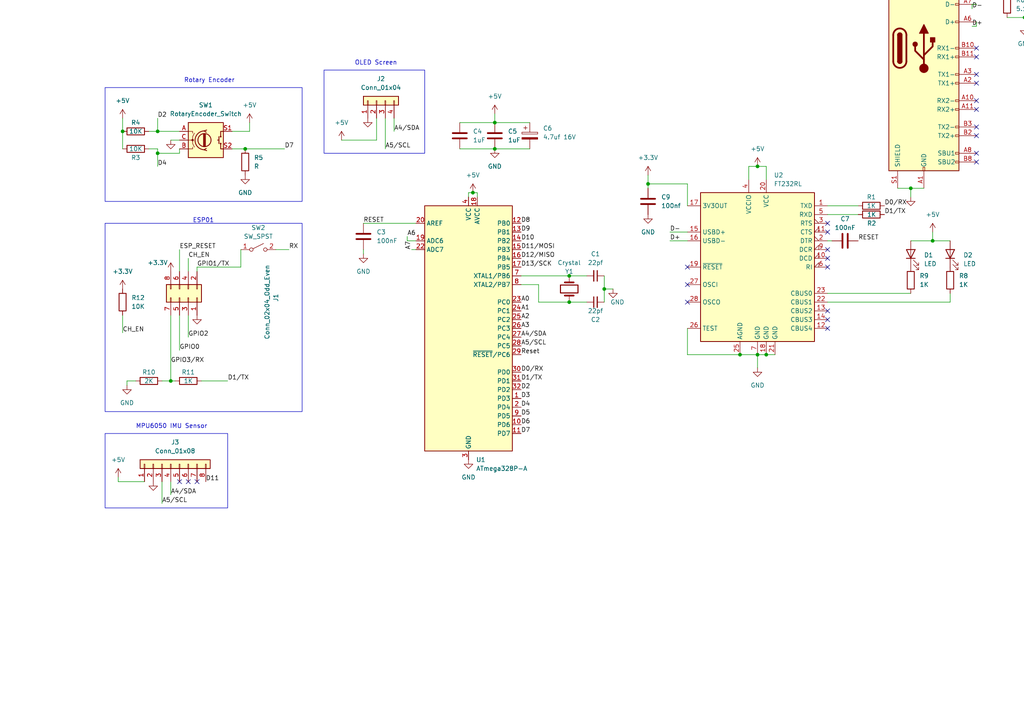
<source format=kicad_sch>
(kicad_sch (version 20230121) (generator eeschema)
  (paper "A4")
  (title_block (rev "v1"))
  (lib_symbols
    (symbol "Connector:USB_C_Plug" (pin_names (offset 1.016))
      (property "Reference" "P" (at -10.16 29.21 0))
      (property "Value" "USB_C_Plug" (at 10.16 29.21 0))
      (symbol "USB_C_Plug_0_0"
        (rectangle (start -0.254 -35.56) (end 0.254 -34.544))
        (rectangle (start 10.16 -32.766) (end 9.144 -33.274))
        (rectangle (start 10.16 -30.226) (end 9.144 -30.734))
        (rectangle (start 10.16 -25.146) (end 9.144 -25.654))
        (rectangle (start 10.16 -22.606) (end 9.144 -23.114))
        (rectangle (start 10.16 -17.526) (end 9.144 -18.034))
        (rectangle (start 10.16 -14.986) (end 9.144 -15.494))
        (rectangle (start 10.16 -9.906) (end 9.144 -10.414))
        (rectangle (start 10.16 -7.366) (end 9.144 -7.874))
        (rectangle (start 10.16 -2.286) (end 9.144 -2.794))
        (rectangle (start 10.16 0.254) (end 9.144 -0.254))
        (rectangle (start 10.16 7.874) (end 9.144 7.366))
        (rectangle (start 10.16 12.954) (end 9.144 12.446))
        (rectangle (start 10.16 18.034) (end 9.144 17.526))
        (rectangle (start 10.16 20.574) (end 9.144 20.066))
        (rectangle (start 10.16 25.654) (end 9.144 25.146))
      )
      (symbol "USB_C_Plug_0_1"
        (rectangle (start -10.16 27.94) (end 10.16 -35.56) (stroke (width 0.254)) (fill (type background)))
        (arc (start -8.89 -3.81) (mid -6.985 -5.7067) (end -5.08 -3.81) (stroke (width 0.508)))
        (arc (start -7.62 -3.81) (mid -6.985 -4.4423) (end -6.35 -3.81) (stroke (width 0.254)))
        (arc (start -7.62 -3.81) (mid -6.985 -4.4423) (end -6.35 -3.81) (stroke (width 0.254)) (fill (type outline)))
        (rectangle (start -7.62 -3.81) (end -6.35 3.81) (stroke (width 0.254)) (fill (type outline)))
        (arc (start -6.35 3.81) (mid -6.985 4.4423) (end -7.62 3.81) (stroke (width 0.254)))
        (arc (start -6.35 3.81) (mid -6.985 4.4423) (end -7.62 3.81) (stroke (width 0.254)) (fill (type outline)))
        (arc (start -5.08 3.81) (mid -6.985 5.7067) (end -8.89 3.81) (stroke (width 0.508)))
        (polyline (pts (xy -8.89 -3.81) (xy -8.89 3.81)) (stroke (width 0.508)))
        (polyline (pts (xy -5.08 3.81) (xy -5.08 -3.81)) (stroke (width 0.508)))
      )
      (symbol "USB_C_Plug_1_1"
        (circle (center -2.54 1.143) (radius 0.635) (stroke (width 0.254)) (fill (type outline)))
        (circle (center 0 -5.842) (radius 1.27) (fill (type outline)))
        (polyline (pts (xy 0 -5.842) (xy 0 4.318)) (stroke (width 0.508)))
        (polyline (pts (xy 0 -3.302) (xy -2.54 -0.762) (xy -2.54 0.508)) (stroke (width 0.508)))
        (polyline (pts (xy 0 -2.032) (xy 2.54 0.508) (xy 2.54 1.778)) (stroke (width 0.508)))
        (polyline (pts (xy -1.27 4.318) (xy 0 6.858) (xy 1.27 4.318) (xy -1.27 4.318)) (stroke (width 0.254)) (fill (type outline)))
        (rectangle (start 1.905 1.778) (end 3.175 3.048) (stroke (width 0.254)) (fill (type outline)))
        (pin passive line (at 0 -40.64 90) (length 5.08) (name "GND") (number "A1"))
        (pin bidirectional line (at 15.24 -15.24 180) (length 5.08) (name "RX2-") (number "A10"))
        (pin bidirectional line (at 15.24 -17.78 180) (length 5.08) (name "RX2+") (number "A11"))
        (pin passive line (at 0 -40.64 90) (length 5.08) hide (name "GND") (number "A12"))
        (pin bidirectional line (at 15.24 -10.16 180) (length 5.08) (name "TX1+") (number "A2"))
        (pin bidirectional line (at 15.24 -7.62 180) (length 5.08) (name "TX1-") (number "A3"))
        (pin passive line (at 15.24 25.4 180) (length 5.08) (name "VBUS") (number "A4"))
        (pin bidirectional line (at 15.24 20.32 180) (length 5.08) (name "CC") (number "A5"))
        (pin bidirectional line (at 15.24 7.62 180) (length 5.08) (name "D+") (number "A6"))
        (pin bidirectional line (at 15.24 12.7 180) (length 5.08) (name "D-") (number "A7"))
        (pin bidirectional line (at 15.24 -30.48 180) (length 5.08) (name "SBU1") (number "A8"))
        (pin passive line (at 15.24 25.4 180) (length 5.08) hide (name "VBUS") (number "A9"))
        (pin passive line (at 0 -40.64 90) (length 5.08) hide (name "GND") (number "B1"))
        (pin bidirectional line (at 15.24 0 180) (length 5.08) (name "RX1-") (number "B10"))
        (pin bidirectional line (at 15.24 -2.54 180) (length 5.08) (name "RX1+") (number "B11"))
        (pin passive line (at 0 -40.64 90) (length 5.08) hide (name "GND") (number "B12"))
        (pin bidirectional line (at 15.24 -25.4 180) (length 5.08) (name "TX2+") (number "B2"))
        (pin bidirectional line (at 15.24 -22.86 180) (length 5.08) (name "TX2-") (number "B3"))
        (pin passive line (at 15.24 25.4 180) (length 5.08) hide (name "VBUS") (number "B4"))
        (pin bidirectional line (at 15.24 17.78 180) (length 5.08) (name "VCONN") (number "B5"))
        (pin bidirectional line (at 15.24 -33.02 180) (length 5.08) (name "SBU2") (number "B8"))
        (pin passive line (at 15.24 25.4 180) (length 5.08) hide (name "VBUS") (number "B9"))
        (pin passive line (at -7.62 -40.64 90) (length 5.08) (name "SHIELD") (number "S1"))
      )
    )
    (symbol "Connector_Generic:Conn_01x04" (pin_names (offset 1.016) hide)
      (property "Reference" "J" (at 0 5.08 0))
      (property "Value" "Conn_01x04" (at 0 -7.62 0))
      (symbol "Conn_01x04_1_1"
        (rectangle (start -1.27 -4.953) (end 0 -5.207) (stroke (width 0.1524)))
        (rectangle (start -1.27 -2.413) (end 0 -2.667) (stroke (width 0.1524)))
        (rectangle (start -1.27 0.127) (end 0 -0.127) (stroke (width 0.1524)))
        (rectangle (start -1.27 2.667) (end 0 2.413) (stroke (width 0.1524)))
        (rectangle (start -1.27 3.81) (end 1.27 -6.35) (stroke (width 0.254)) (fill (type background)))
        (pin passive line (at -5.08 2.54 0) (length 3.81) (name "Pin_1") (number "1"))
        (pin passive line (at -5.08 0 0) (length 3.81) (name "Pin_2") (number "2"))
        (pin passive line (at -5.08 -2.54 0) (length 3.81) (name "Pin_3") (number "3"))
        (pin passive line (at -5.08 -5.08 0) (length 3.81) (name "Pin_4") (number "4"))
      )
    )
    (symbol "Connector_Generic:Conn_01x08" (pin_names (offset 1.016) hide)
      (property "Reference" "J" (at 0 10.16 0))
      (property "Value" "Conn_01x08" (at 0 -12.7 0))
      (symbol "Conn_01x08_1_1"
        (rectangle (start -1.27 -10.033) (end 0 -10.287) (stroke (width 0.1524)))
        (rectangle (start -1.27 -7.493) (end 0 -7.747) (stroke (width 0.1524)))
        (rectangle (start -1.27 -4.953) (end 0 -5.207) (stroke (width 0.1524)))
        (rectangle (start -1.27 -2.413) (end 0 -2.667) (stroke (width 0.1524)))
        (rectangle (start -1.27 0.127) (end 0 -0.127) (stroke (width 0.1524)))
        (rectangle (start -1.27 2.667) (end 0 2.413) (stroke (width 0.1524)))
        (rectangle (start -1.27 5.207) (end 0 4.953) (stroke (width 0.1524)))
        (rectangle (start -1.27 7.747) (end 0 7.493) (stroke (width 0.1524)))
        (rectangle (start -1.27 8.89) (end 1.27 -11.43) (stroke (width 0.254)) (fill (type background)))
        (pin passive line (at -5.08 7.62 0) (length 3.81) (name "Pin_1") (number "1"))
        (pin passive line (at -5.08 5.08 0) (length 3.81) (name "Pin_2") (number "2"))
        (pin passive line (at -5.08 2.54 0) (length 3.81) (name "Pin_3") (number "3"))
        (pin passive line (at -5.08 0 0) (length 3.81) (name "Pin_4") (number "4"))
        (pin passive line (at -5.08 -2.54 0) (length 3.81) (name "Pin_5") (number "5"))
        (pin passive line (at -5.08 -5.08 0) (length 3.81) (name "Pin_6") (number "6"))
        (pin passive line (at -5.08 -7.62 0) (length 3.81) (name "Pin_7") (number "7"))
        (pin passive line (at -5.08 -10.16 0) (length 3.81) (name "Pin_8") (number "8"))
      )
    )
    (symbol "Connector_Generic:Conn_02x04_Odd_Even" (pin_names (offset 1.016) hide)
      (property "Reference" "J" (at 1.27 5.08 0))
      (property "Value" "Conn_02x04_Odd_Even" (at 1.27 -7.62 0))
      (symbol "Conn_02x04_Odd_Even_1_1"
        (rectangle (start -1.27 -4.953) (end 0 -5.207) (stroke (width 0.1524)))
        (rectangle (start -1.27 -2.413) (end 0 -2.667) (stroke (width 0.1524)))
        (rectangle (start -1.27 0.127) (end 0 -0.127) (stroke (width 0.1524)))
        (rectangle (start -1.27 2.667) (end 0 2.413) (stroke (width 0.1524)))
        (rectangle (start -1.27 3.81) (end 3.81 -6.35) (stroke (width 0.254)) (fill (type background)))
        (rectangle (start 3.81 -4.953) (end 2.54 -5.207) (stroke (width 0.1524)))
        (rectangle (start 3.81 -2.413) (end 2.54 -2.667) (stroke (width 0.1524)))
        (rectangle (start 3.81 0.127) (end 2.54 -0.127) (stroke (width 0.1524)))
        (rectangle (start 3.81 2.667) (end 2.54 2.413) (stroke (width 0.1524)))
        (pin passive line (at -5.08 2.54 0) (length 3.81) (name "Pin_1") (number "1"))
        (pin passive line (at 7.62 2.54 180) (length 3.81) (name "Pin_2") (number "2"))
        (pin passive line (at -5.08 0 0) (length 3.81) (name "Pin_3") (number "3"))
        (pin passive line (at 7.62 0 180) (length 3.81) (name "Pin_4") (number "4"))
        (pin passive line (at -5.08 -2.54 0) (length 3.81) (name "Pin_5") (number "5"))
        (pin passive line (at 7.62 -2.54 180) (length 3.81) (name "Pin_6") (number "6"))
        (pin passive line (at -5.08 -5.08 0) (length 3.81) (name "Pin_7") (number "7"))
        (pin passive line (at 7.62 -5.08 180) (length 3.81) (name "Pin_8") (number "8"))
      )
    )
    (symbol "Device:C" (pin_numbers hide) (pin_names (offset 0.254))
      (property "Reference" "C" (at 0.635 2.54 0))
      (property "Value" "C" (at 0.635 -2.54 0))
      (symbol "C_0_1"
        (polyline (pts (xy -2.032 -0.762) (xy 2.032 -0.762)) (stroke (width 0.508)))
        (polyline (pts (xy -2.032 0.762) (xy 2.032 0.762)) (stroke (width 0.508)))
      )
      (symbol "C_1_1"
        (pin passive line (at 0 3.81 270) (length 2.794) (name "~") (number "1"))
        (pin passive line (at 0 -3.81 90) (length 2.794) (name "~") (number "2"))
      )
    )
    (symbol "Device:C_Polarized" (pin_numbers hide) (pin_names (offset 0.254))
      (property "Reference" "C" (at 0.635 2.54 0))
      (property "Value" "C_Polarized" (at 0.635 -2.54 0))
      (symbol "C_Polarized_0_1"
        (rectangle (start -2.286 0.508) (end 2.286 1.016))
        (polyline (pts (xy -1.778 2.286) (xy -0.762 2.286)))
        (polyline (pts (xy -1.27 2.794) (xy -1.27 1.778)))
        (rectangle (start 2.286 -0.508) (end -2.286 -1.016) (fill (type outline)))
      )
      (symbol "C_Polarized_1_1"
        (pin passive line (at 0 3.81 270) (length 2.794) (name "~") (number "1"))
        (pin passive line (at 0 -3.81 90) (length 2.794) (name "~") (number "2"))
      )
    )
    (symbol "Device:C_Small" (pin_numbers hide) (pin_names (offset 0.254) hide)
      (property "Reference" "C" (at 0.254 1.778 0))
      (property "Value" "C_Small" (at 0.254 -2.032 0))
      (symbol "C_Small_0_1"
        (polyline (pts (xy -1.524 -0.508) (xy 1.524 -0.508)) (stroke (width 0.3302)))
        (polyline (pts (xy -1.524 0.508) (xy 1.524 0.508)) (stroke (width 0.3048)))
      )
      (symbol "C_Small_1_1"
        (pin passive line (at 0 2.54 270) (length 2.032) (name "~") (number "1"))
        (pin passive line (at 0 -2.54 90) (length 2.032) (name "~") (number "2"))
      )
    )
    (symbol "Device:Crystal" (pin_numbers hide) (pin_names (offset 1.016) hide)
      (property "Reference" "Y" (at 0 3.81 0))
      (property "Value" "Crystal" (at 0 -3.81 0))
      (symbol "Crystal_0_1"
        (rectangle (start -1.143 2.54) (end 1.143 -2.54) (stroke (width 0.3048)))
        (polyline (pts (xy -2.54 0) (xy -1.905 0)))
        (polyline (pts (xy -1.905 -1.27) (xy -1.905 1.27)) (stroke (width 0.508)))
        (polyline (pts (xy 1.905 -1.27) (xy 1.905 1.27)) (stroke (width 0.508)))
        (polyline (pts (xy 2.54 0) (xy 1.905 0)))
      )
      (symbol "Crystal_1_1"
        (pin passive line (at -3.81 0 0) (length 1.27) (name "1") (number "1"))
        (pin passive line (at 3.81 0 180) (length 1.27) (name "2") (number "2"))
      )
    )
    (symbol "Device:LED" (pin_numbers hide) (pin_names (offset 1.016) hide)
      (property "Reference" "D" (at 0 2.54 0))
      (property "Value" "LED" (at 0 -2.54 0))
      (symbol "LED_0_1"
        (polyline (pts (xy -1.27 -1.27) (xy -1.27 1.27)) (stroke (width 0.254)))
        (polyline (pts (xy -1.27 0) (xy 1.27 0)))
        (polyline (pts (xy 1.27 -1.27) (xy 1.27 1.27) (xy -1.27 0) (xy 1.27 -1.27)) (stroke (width 0.254)))
        (polyline (pts (xy -3.048 -0.762) (xy -4.572 -2.286) (xy -3.81 -2.286) (xy -4.572 -2.286) (xy -4.572 -1.524)))
        (polyline (pts (xy -1.778 -0.762) (xy -3.302 -2.286) (xy -2.54 -2.286) (xy -3.302 -2.286) (xy -3.302 -1.524)))
      )
      (symbol "LED_1_1"
        (pin passive line (at -3.81 0 0) (length 2.54) (name "K") (number "1"))
        (pin passive line (at 3.81 0 180) (length 2.54) (name "A") (number "2"))
      )
    )
    (symbol "Device:R" (pin_numbers hide) (pin_names (offset 0))
      (property "Reference" "R" (at 2.032 0 90))
      (property "Value" "R" (at 0 0 90))
      (symbol "R_0_1"
        (rectangle (start -1.016 -2.54) (end 1.016 2.54) (stroke (width 0.254)))
      )
      (symbol "R_1_1"
        (pin passive line (at 0 3.81 270) (length 1.27) (name "~") (number "1"))
        (pin passive line (at 0 -3.81 90) (length 1.27) (name "~") (number "2"))
      )
    )
    (symbol "Device:RotaryEncoder_Switch" (pin_names (offset 0.254) hide)
      (property "Reference" "SW" (at 0 6.604 0))
      (property "Value" "RotaryEncoder_Switch" (at 0 -6.604 0))
      (symbol "RotaryEncoder_Switch_0_1"
        (rectangle (start -5.08 5.08) (end 5.08 -5.08) (stroke (width 0.254)) (fill (type background)))
        (circle (center -3.81 0) (radius 0.254) (fill (type outline)))
        (circle (center -0.381 0) (radius 1.905) (stroke (width 0.254)))
        (arc (start -0.381 2.667) (mid -3.0988 -0.0635) (end -0.381 -2.794) (stroke (width 0.254)))
        (polyline (pts (xy -0.635 -1.778) (xy -0.635 1.778)) (stroke (width 0.254)))
        (polyline (pts (xy -0.381 -1.778) (xy -0.381 1.778)) (stroke (width 0.254)))
        (polyline (pts (xy -0.127 1.778) (xy -0.127 -1.778)) (stroke (width 0.254)))
        (polyline (pts (xy 3.81 0) (xy 3.429 0)) (stroke (width 0.254)))
        (polyline (pts (xy 3.81 1.016) (xy 3.81 -1.016)) (stroke (width 0.254)))
        (polyline (pts (xy -5.08 -2.54) (xy -3.81 -2.54) (xy -3.81 -2.032)))
        (polyline (pts (xy -5.08 2.54) (xy -3.81 2.54) (xy -3.81 2.032)))
        (polyline (pts (xy 0.254 -3.048) (xy -0.508 -2.794) (xy 0.127 -2.413)) (stroke (width 0.254)))
        (polyline (pts (xy 0.254 2.921) (xy -0.508 2.667) (xy 0.127 2.286)) (stroke (width 0.254)))
        (polyline (pts (xy 5.08 -2.54) (xy 4.318 -2.54) (xy 4.318 -1.016)) (stroke (width 0.254)))
        (polyline (pts (xy 5.08 2.54) (xy 4.318 2.54) (xy 4.318 1.016)) (stroke (width 0.254)))
        (polyline (pts (xy -5.08 0) (xy -3.81 0) (xy -3.81 -1.016) (xy -3.302 -2.032)))
        (polyline (pts (xy -4.318 0) (xy -3.81 0) (xy -3.81 1.016) (xy -3.302 2.032)))
        (circle (center 4.318 -1.016) (radius 0.127) (stroke (width 0.254)))
        (circle (center 4.318 1.016) (radius 0.127) (stroke (width 0.254)))
      )
      (symbol "RotaryEncoder_Switch_1_1"
        (pin passive line (at -7.62 2.54 0) (length 2.54) (name "A") (number "A"))
        (pin passive line (at -7.62 -2.54 0) (length 2.54) (name "B") (number "B"))
        (pin passive line (at -7.62 0 0) (length 2.54) (name "C") (number "C"))
        (pin passive line (at 7.62 2.54 180) (length 2.54) (name "S1") (number "S1"))
        (pin passive line (at 7.62 -2.54 180) (length 2.54) (name "S2") (number "S2"))
      )
    )
    (symbol "Interface_USB:FT232RL"
      (property "Reference" "U" (at -16.51 22.86 0))
      (property "Value" "FT232RL" (at 10.16 22.86 0))
      (symbol "FT232RL_0_1"
        (rectangle (start -16.51 21.59) (end 16.51 -21.59) (stroke (width 0.254)) (fill (type background)))
      )
      (symbol "FT232RL_1_1"
        (pin output line (at 20.32 17.78 180) (length 3.81) (name "TXD") (number "1"))
        (pin input input_low (at 20.32 2.54 180) (length 3.81) (name "DCD") (number "10"))
        (pin input input_low (at 20.32 10.16 180) (length 3.81) (name "CTS") (number "11"))
        (pin bidirectional line (at 20.32 -17.78 180) (length 3.81) (name "CBUS4") (number "12"))
        (pin bidirectional line (at 20.32 -12.7 180) (length 3.81) (name "CBUS2") (number "13"))
        (pin bidirectional line (at 20.32 -15.24 180) (length 3.81) (name "CBUS3") (number "14"))
        (pin bidirectional line (at -20.32 10.16 0) (length 3.81) (name "USBD+") (number "15"))
        (pin bidirectional line (at -20.32 7.62 0) (length 3.81) (name "USBD-") (number "16"))
        (pin power_out line (at -20.32 17.78 0) (length 3.81) (name "3V3OUT") (number "17"))
        (pin power_in line (at 2.54 -25.4 90) (length 3.81) (name "GND") (number "18"))
        (pin input line (at -20.32 0 0) (length 3.81) (name "~{RESET}") (number "19"))
        (pin output output_low (at 20.32 7.62 180) (length 3.81) (name "DTR") (number "2"))
        (pin power_in line (at 2.54 25.4 270) (length 3.81) (name "VCC") (number "20"))
        (pin power_in line (at 5.08 -25.4 90) (length 3.81) (name "GND") (number "21"))
        (pin bidirectional line (at 20.32 -10.16 180) (length 3.81) (name "CBUS1") (number "22"))
        (pin bidirectional line (at 20.32 -7.62 180) (length 3.81) (name "CBUS0") (number "23"))
        (pin power_in line (at -5.08 -25.4 90) (length 3.81) (name "AGND") (number "25"))
        (pin input line (at -20.32 -17.78 0) (length 3.81) (name "TEST") (number "26"))
        (pin input line (at -20.32 -5.08 0) (length 3.81) (name "OSCI") (number "27"))
        (pin output line (at -20.32 -10.16 0) (length 3.81) (name "OSCO") (number "28"))
        (pin output output_low (at 20.32 12.7 180) (length 3.81) (name "RTS") (number "3"))
        (pin power_in line (at -2.54 25.4 270) (length 3.81) (name "VCCIO") (number "4"))
        (pin input line (at 20.32 15.24 180) (length 3.81) (name "RXD") (number "5"))
        (pin input input_low (at 20.32 0 180) (length 3.81) (name "RI") (number "6"))
        (pin power_in line (at 0 -25.4 90) (length 3.81) (name "GND") (number "7"))
        (pin input input_low (at 20.32 5.08 180) (length 3.81) (name "DCR") (number "9"))
      )
    )
    (symbol "MCU_Microchip_ATmega:ATmega328P-A"
      (property "Reference" "U" (at -12.7 36.83 0))
      (property "Value" "ATmega328P-A" (at 2.54 -36.83 0))
      (symbol "ATmega328P-A_0_1"
        (rectangle (start -12.7 -35.56) (end 12.7 35.56) (stroke (width 0.254)) (fill (type background)))
      )
      (symbol "ATmega328P-A_1_1"
        (pin bidirectional line (at 15.24 -20.32 180) (length 2.54) (name "PD3") (number "1"))
        (pin bidirectional line (at 15.24 -27.94 180) (length 2.54) (name "PD6") (number "10"))
        (pin bidirectional line (at 15.24 -30.48 180) (length 2.54) (name "PD7") (number "11"))
        (pin bidirectional line (at 15.24 30.48 180) (length 2.54) (name "PB0") (number "12"))
        (pin bidirectional line (at 15.24 27.94 180) (length 2.54) (name "PB1") (number "13"))
        (pin bidirectional line (at 15.24 25.4 180) (length 2.54) (name "PB2") (number "14"))
        (pin bidirectional line (at 15.24 22.86 180) (length 2.54) (name "PB3") (number "15"))
        (pin bidirectional line (at 15.24 20.32 180) (length 2.54) (name "PB4") (number "16"))
        (pin bidirectional line (at 15.24 17.78 180) (length 2.54) (name "PB5") (number "17"))
        (pin power_in line (at 2.54 38.1 270) (length 2.54) (name "AVCC") (number "18"))
        (pin input line (at -15.24 25.4 0) (length 2.54) (name "ADC6") (number "19"))
        (pin bidirectional line (at 15.24 -22.86 180) (length 2.54) (name "PD4") (number "2"))
        (pin passive line (at -15.24 30.48 0) (length 2.54) (name "AREF") (number "20"))
        (pin passive line (at 0 -38.1 90) (length 2.54) hide (name "GND") (number "21"))
        (pin input line (at -15.24 22.86 0) (length 2.54) (name "ADC7") (number "22"))
        (pin bidirectional line (at 15.24 7.62 180) (length 2.54) (name "PC0") (number "23"))
        (pin bidirectional line (at 15.24 5.08 180) (length 2.54) (name "PC1") (number "24"))
        (pin bidirectional line (at 15.24 2.54 180) (length 2.54) (name "PC2") (number "25"))
        (pin bidirectional line (at 15.24 0 180) (length 2.54) (name "PC3") (number "26"))
        (pin bidirectional line (at 15.24 -2.54 180) (length 2.54) (name "PC4") (number "27"))
        (pin bidirectional line (at 15.24 -5.08 180) (length 2.54) (name "PC5") (number "28"))
        (pin bidirectional line (at 15.24 -7.62 180) (length 2.54) (name "~{RESET}/PC6") (number "29"))
        (pin power_in line (at 0 -38.1 90) (length 2.54) (name "GND") (number "3"))
        (pin bidirectional line (at 15.24 -12.7 180) (length 2.54) (name "PD0") (number "30"))
        (pin bidirectional line (at 15.24 -15.24 180) (length 2.54) (name "PD1") (number "31"))
        (pin bidirectional line (at 15.24 -17.78 180) (length 2.54) (name "PD2") (number "32"))
        (pin power_in line (at 0 38.1 270) (length 2.54) (name "VCC") (number "4"))
        (pin passive line (at 0 -38.1 90) (length 2.54) hide (name "GND") (number "5"))
        (pin passive line (at 0 38.1 270) (length 2.54) hide (name "VCC") (number "6"))
        (pin bidirectional line (at 15.24 15.24 180) (length 2.54) (name "XTAL1/PB6") (number "7"))
        (pin bidirectional line (at 15.24 12.7 180) (length 2.54) (name "XTAL2/PB7") (number "8"))
        (pin bidirectional line (at 15.24 -25.4 180) (length 2.54) (name "PD5") (number "9"))
      )
    )
    (symbol "Switch:SW_SPST" (pin_names (offset 0) hide)
      (property "Reference" "SW" (at 0 3.175 0))
      (property "Value" "SW_SPST" (at 0 -2.54 0))
      (symbol "SW_SPST_0_0"
        (circle (center -2.032 0) (radius 0.508))
        (polyline (pts (xy -1.524 0.254) (xy 1.524 1.778)))
        (circle (center 2.032 0) (radius 0.508))
      )
      (symbol "SW_SPST_1_1"
        (pin passive line (at -5.08 0 0) (length 2.54) (name "A") (number "1"))
        (pin passive line (at 5.08 0 180) (length 2.54) (name "B") (number "2"))
      )
    )
    (symbol "power:+3.3V" (power) (pin_names (offset 0))
      (property "Value" "+3.3V" (at 0 3.556 0))
      (symbol "+3.3V_0_1"
        (polyline (pts (xy -0.762 1.27) (xy 0 2.54)))
        (polyline (pts (xy 0 0) (xy 0 2.54)))
        (polyline (pts (xy 0 2.54) (xy 0.762 1.27)))
      )
      (symbol "+3.3V_1_1"
        (pin power_in line (at 0 0 90) (length 0) hide (name "+3.3V") (number "1"))
      )
    )
    (symbol "power:+5V" (power) (pin_names (offset 0))
      (property "Value" "+5V" (at 0 3.556 0))
      (symbol "+5V_0_1"
        (polyline (pts (xy -0.762 1.27) (xy 0 2.54)))
        (polyline (pts (xy 0 0) (xy 0 2.54)))
        (polyline (pts (xy 0 2.54) (xy 0.762 1.27)))
      )
      (symbol "+5V_1_1"
        (pin power_in line (at 0 0 90) (length 0) hide (name "+5V") (number "1"))
      )
    )
    (symbol "power:GND" (power) (pin_names (offset 0))
      (property "Value" "GND" (at 0 -3.81 0))
      (symbol "GND_0_1"
        (polyline (pts (xy 0 0) (xy 0 -1.27) (xy 1.27 -1.27) (xy 0 -2.54) (xy -1.27 -1.27) (xy 0 -1.27)))
      )
      (symbol "GND_1_1"
        (pin power_in line (at 0 0 270) (length 0) hide (name "GND") (number "1"))
      )
    )
  )
  (junction (at 222.25 102.87))
  (junction (at 71.12 43.18))
  (junction (at 137.16 55.88))
  (junction (at 45.72 44.45))
  (junction (at 175.26 83.82))
  (junction (at 165.1 80.01))
  (junction (at 297.18 5.08))
  (junction (at 165.1 87.63))
  (junction (at 219.71 102.87))
  (junction (at 288.29 -3.81))
  (junction (at 35.56 38.1))
  (junction (at 187.96 53.34))
  (junction (at 270.51 69.85))
  (junction (at 143.51 43.18))
  (junction (at 45.72 38.1))
  (junction (at 49.53 110.49))
  (junction (at 283.21 -3.81))
  (junction (at 264.16 54.61))
  (junction (at 214.63 102.87))
  (junction (at 313.69 -10.16))
  (junction (at 143.51 35.56))
  (junction (at 219.71 48.26))
  (no_connect (at 52.07 139.7))
  (no_connect (at 240.03 64.77))
  (no_connect (at 240.03 90.17))
  (no_connect (at 240.03 92.71))
  (no_connect (at 283.21 36.83))
  (no_connect (at 283.21 44.45))
  (no_connect (at 283.21 13.97))
  (no_connect (at 240.03 67.31))
  (no_connect (at 199.39 77.47))
  (no_connect (at 199.39 87.63))
  (no_connect (at 283.21 46.99))
  (no_connect (at 240.03 77.47))
  (no_connect (at 57.15 139.7))
  (no_connect (at 283.21 16.51))
  (no_connect (at 283.21 31.75))
  (no_connect (at 283.21 24.13))
  (no_connect (at 283.21 21.59))
  (no_connect (at 54.61 139.7))
  (no_connect (at 240.03 72.39))
  (no_connect (at 240.03 95.25))
  (no_connect (at 283.21 39.37))
  (no_connect (at 283.21 29.21))
  (no_connect (at 199.39 82.55))
  (no_connect (at 240.03 74.93))
  (wire (pts (xy 52.07 72.39) (xy 52.07 78.74)))
  (wire (pts (xy 118.11 68.58) (xy 118.11 69.85)))
  (wire (pts (xy 34.29 139.7) (xy 34.29 138.43)))
  (wire (pts (xy 297.18 5.08) (xy 297.18 7.62)))
  (wire (pts (xy 270.51 67.31) (xy 270.51 69.85)))
  (wire (pts (xy 222.25 52.07) (xy 222.25 48.26)))
  (wire (pts (xy 49.53 91.44) (xy 49.53 110.49)))
  (wire (pts (xy 135.89 55.88) (xy 135.89 57.15)))
  (wire (pts (xy 199.39 59.69) (xy 199.39 53.34)))
  (wire (pts (xy 41.91 139.7) (xy 34.29 139.7)))
  (wire (pts (xy 54.61 74.93) (xy 54.61 78.74)))
  (wire (pts (xy 222.25 102.87) (xy 224.79 102.87)))
  (wire (pts (xy 264.16 69.85) (xy 270.51 69.85)))
  (wire (pts (xy 49.53 110.49) (xy 50.8 110.49)))
  (wire (pts (xy 288.29 -2.54) (xy 292.1 -2.54)))
  (wire (pts (xy 137.16 55.88) (xy 135.89 55.88)))
  (wire (pts (xy 133.35 35.56) (xy 143.51 35.56)))
  (wire (pts (xy 118.11 69.85) (xy 120.65 69.85)))
  (wire (pts (xy 217.17 48.26) (xy 219.71 48.26)))
  (wire (pts (xy 217.17 52.07) (xy 217.17 48.26)))
  (wire (pts (xy 199.39 102.87) (xy 214.63 102.87)))
  (wire (pts (xy 283.21 -3.81) (xy 283.21 -6.35)))
  (wire (pts (xy 105.41 72.39) (xy 105.41 73.66)))
  (wire (pts (xy 194.31 67.31) (xy 199.39 67.31)))
  (wire (pts (xy 111.76 34.29) (xy 111.76 43.18)))
  (wire (pts (xy 138.43 57.15) (xy 138.43 55.88)))
  (wire (pts (xy 289.56 -10.16) (xy 313.69 -10.16)))
  (wire (pts (xy 289.56 -11.43) (xy 289.56 -10.16)))
  (wire (pts (xy 151.13 80.01) (xy 165.1 80.01)))
  (wire (pts (xy 300.99 -3.81) (xy 300.99 -2.54)))
  (wire (pts (xy 156.21 87.63) (xy 165.1 87.63)))
  (wire (pts (xy 45.72 44.45) (xy 45.72 48.26)))
  (wire (pts (xy 165.1 87.63) (xy 170.18 87.63)))
  (wire (pts (xy 313.69 -15.24) (xy 313.69 -10.16)))
  (wire (pts (xy 270.51 69.85) (xy 275.59 69.85)))
  (wire (pts (xy 187.96 50.8) (xy 187.96 53.34)))
  (wire (pts (xy 52.07 44.45) (xy 52.07 43.18)))
  (wire (pts (xy 156.21 82.55) (xy 156.21 87.63)))
  (wire (pts (xy 109.22 40.64) (xy 99.06 40.64)))
  (wire (pts (xy 80.01 72.39) (xy 83.82 72.39)))
  (wire (pts (xy 175.26 83.82) (xy 175.26 87.63)))
  (wire (pts (xy 260.35 54.61) (xy 264.16 54.61)))
  (wire (pts (xy 275.59 87.63) (xy 275.59 85.09)))
  (wire (pts (xy 288.29 -3.81) (xy 300.99 -3.81)))
  (wire (pts (xy 119.38 72.39) (xy 120.65 72.39)))
  (wire (pts (xy 194.31 69.85) (xy 199.39 69.85)))
  (wire (pts (xy 45.72 38.1) (xy 52.07 38.1)))
  (wire (pts (xy 219.71 102.87) (xy 219.71 106.68)))
  (wire (pts (xy 283.21 6.35) (xy 283.21 7.62)))
  (wire (pts (xy 240.03 87.63) (xy 275.59 87.63)))
  (wire (pts (xy 165.1 80.01) (xy 170.18 80.01)))
  (wire (pts (xy 45.72 34.29) (xy 45.72 38.1)))
  (wire (pts (xy 138.43 55.88) (xy 137.16 55.88)))
  (wire (pts (xy 199.39 95.25) (xy 199.39 102.87)))
  (wire (pts (xy 281.94 1.27) (xy 281.94 2.54)))
  (wire (pts (xy 292.1 5.08) (xy 297.18 5.08)))
  (wire (pts (xy 49.53 139.7) (xy 49.53 143.51)))
  (wire (pts (xy 214.63 102.87) (xy 219.71 102.87)))
  (wire (pts (xy 219.71 102.87) (xy 222.25 102.87)))
  (wire (pts (xy 175.26 83.82) (xy 177.8 83.82)))
  (wire (pts (xy 283.21 7.62) (xy 281.94 7.62)))
  (wire (pts (xy 283.21 1.27) (xy 281.94 1.27)))
  (wire (pts (xy 35.56 91.44) (xy 35.56 96.52)))
  (wire (pts (xy 133.35 43.18) (xy 143.51 43.18)))
  (wire (pts (xy 36.83 110.49) (xy 36.83 111.76)))
  (wire (pts (xy 175.26 80.01) (xy 175.26 83.82)))
  (wire (pts (xy 43.18 43.18) (xy 45.72 43.18)))
  (wire (pts (xy 240.03 69.85) (xy 241.3 69.85)))
  (wire (pts (xy 240.03 59.69) (xy 248.92 59.69)))
  (wire (pts (xy 143.51 35.56) (xy 153.67 35.56)))
  (wire (pts (xy 109.22 34.29) (xy 109.22 40.64)))
  (wire (pts (xy 69.85 72.39) (xy 69.85 77.47)))
  (wire (pts (xy 46.99 139.7) (xy 46.99 146.05)))
  (wire (pts (xy 71.12 43.18) (xy 82.55 43.18)))
  (wire (pts (xy 45.72 43.18) (xy 45.72 44.45)))
  (wire (pts (xy 58.42 110.49) (xy 66.04 110.49)))
  (wire (pts (xy 72.39 38.1) (xy 72.39 35.56)))
  (wire (pts (xy 54.61 91.44) (xy 54.61 97.79)))
  (wire (pts (xy 288.29 -3.81) (xy 288.29 -2.54)))
  (wire (pts (xy 222.25 48.26) (xy 219.71 48.26)))
  (wire (pts (xy 143.51 43.18) (xy 153.67 43.18)))
  (wire (pts (xy 67.31 38.1) (xy 72.39 38.1)))
  (wire (pts (xy 288.29 -3.81) (xy 283.21 -3.81)))
  (wire (pts (xy 45.72 44.45) (xy 52.07 44.45)))
  (wire (pts (xy 240.03 62.23) (xy 248.92 62.23)))
  (wire (pts (xy 297.18 5.08) (xy 300.99 5.08)))
  (wire (pts (xy 264.16 54.61) (xy 264.16 57.15)))
  (wire (pts (xy 187.96 53.34) (xy 187.96 54.61)))
  (wire (pts (xy 49.53 40.64) (xy 52.07 40.64)))
  (wire (pts (xy 35.56 34.29) (xy 35.56 38.1)))
  (wire (pts (xy 114.3 34.29) (xy 114.3 38.1)))
  (wire (pts (xy 69.85 77.47) (xy 57.15 77.47)))
  (wire (pts (xy 105.41 64.77) (xy 120.65 64.77)))
  (wire (pts (xy 52.07 91.44) (xy 52.07 101.6)))
  (wire (pts (xy 35.56 38.1) (xy 35.56 43.18)))
  (wire (pts (xy 143.51 33.02) (xy 143.51 35.56)))
  (wire (pts (xy 151.13 82.55) (xy 156.21 82.55)))
  (wire (pts (xy 264.16 54.61) (xy 267.97 54.61)))
  (wire (pts (xy 43.18 38.1) (xy 45.72 38.1)))
  (wire (pts (xy 67.31 43.18) (xy 71.12 43.18)))
  (wire (pts (xy 39.37 110.49) (xy 36.83 110.49)))
  (wire (pts (xy 240.03 85.09) (xy 264.16 85.09)))
  (wire (pts (xy 199.39 53.34) (xy 187.96 53.34)))
  (wire (pts (xy 46.99 110.49) (xy 49.53 110.49)))
  (wire (pts (xy 57.15 77.47) (xy 57.15 78.74)))
  (wire (pts (xy 283.21 -11.43) (xy 289.56 -11.43)))
  (rectangle (start 30.48 125.73) (end 66.04 147.32))
  (rectangle (start 93.98 20.32) (end 123.19 44.45))
  (rectangle (start 30.48 64.77) (end 87.63 119.38))
  (rectangle (start 30.48 25.4) (end 87.63 58.42))
  (text "OLED Screen" (at 102.87 19.05 0) (effects (font (size 1.27 1.27)) (justify left bottom)))
  (text "MPU6050 IMU Sensor" (at 39.37 124.46 0) (effects (font (size 1.27 1.27)) (justify left bottom)))
  (text "ESP01" (at 55.88 64.77 0) (effects (font (size 1.27 1.27)) (justify left bottom)))
  (text "Rotary Encoder" (at 53.34 24.13 0) (effects (font (size 1.27 1.27)) (justify left bottom)))
  (label "GPIO3{slash}RX" (at 49.53 105.41 0))
  (label "D+" (at 194.31 69.85 0))
  (label "D-" (at 194.31 67.31 0))
  (label "CH_EN" (at 35.56 96.52 0))
  (label "GPIO2" (at 54.61 97.79 0))
  (label "D3" (at 151.13 115.57 0))
  (label "D0{slash}RX" (at 256.54 59.69 0))
  (label "A5{slash}SCL" (at 46.99 146.05 0))
  (label "D+" (at 281.94 7.62 0))
  (label "CH_EN" (at 54.61 74.93 0))
  (label "RESET" (at 248.92 69.85 0))
  (label "A5{slash}SCL" (at 151.13 100.33 0))
  (label "RX" (at 83.82 72.39 0))
  (label "A3" (at 151.13 95.25 0))
  (label "Reset" (at 151.13 102.87 0))
  (label "D0{slash}RX" (at 151.13 107.95 0))
  (label "D1{slash}TX" (at 66.04 110.49 0))
  (label "D10" (at 151.13 69.85 0))
  (label "D4" (at 45.72 48.26 0))
  (label "A4{slash}SDA" (at 151.13 97.79 0))
  (label "D11" (at 59.69 139.7 0))
  (label "D5" (at 151.13 120.65 0))
  (label "D2" (at 151.13 113.03 0))
  (label "D12{slash}MISO" (at 151.13 74.93 0))
  (label "D-" (at 281.94 2.54 0))
  (label "D9" (at 151.13 67.31 0))
  (label "GPIO0" (at 52.07 101.6 0))
  (label "D11{slash}MOSI" (at 151.13 72.39 0))
  (label "A4{slash}SDA" (at 114.3 38.1 0))
  (label "A7" (at 119.38 72.39 90))
  (label "D8" (at 151.13 64.77 0))
  (label "D6" (at 151.13 123.19 0))
  (label "ESP_RESET" (at 52.07 72.39 0))
  (label "D7" (at 82.55 43.18 0))
  (label "A4{slash}SDA" (at 49.53 143.51 0))
  (label "A5{slash}SCL" (at 111.76 43.18 0))
  (label "D4" (at 151.13 118.11 0))
  (label "RESET" (at 105.41 64.77 0))
  (label "A2" (at 151.13 92.71 0))
  (label "A6" (at 118.11 68.58 0))
  (label "D7" (at 151.13 125.73 0))
  (label "D13{slash}SCK" (at 151.13 77.47 0))
  (label "A1" (at 151.13 90.17 0))
  (label "D2" (at 45.72 34.29 0))
  (label "GPIO1{slash}TX" (at 57.15 77.47 0))
  (label "D1{slash}TX" (at 151.13 110.49 0))
  (label "A0" (at 151.13 87.63 0))
  (label "D1{slash}TX" (at 256.54 62.23 0))
  (symbol (lib_id "Device:C") (at 143.51 39.37 0) (unit 1)
    (property "Reference" "C5" (at 147.32 38.1 0) (effects (justify left)))
    (property "Value" "1uF" (at 147.32 40.64 0) (effects (justify left)))
  )
  (symbol (lib_id "Device:R") (at 39.37 38.1 90) (mirror x) (unit 1)
    (property "Reference" "R4" (at 39.37 35.56 90))
    (property "Value" "10K" (at 39.37 38.1 90))
  )
  (symbol (lib_id "Device:R") (at 292.1 1.27 0) (unit 1)
    (property "Reference" "R6" (at 294.64 0 0) (effects (justify left)))
    (property "Value" "5.1K" (at 294.64 2.54 0) (effects (justify left)))
  )
  (symbol (lib_id "power:GND") (at 44.45 139.7 0) (unit 1)
    (property "Reference" "#PWR027" (effects hide))
    (property "Value" "GND" (effects hide))
  )
  (symbol (lib_id "Device:RotaryEncoder_Switch") (at 59.69 40.64 0) (unit 1)
    (property "Reference" "SW1" (at 59.69 30.48 0))
    (property "Value" "RotaryEncoder_Switch" (at 59.69 33.02 0))
  )
  (symbol (lib_id "power:GND") (at 143.51 43.18 0) (unit 1)
    (property "Reference" "#PWR04" (effects hide))
    (property "Value" "GND" (at 143.51 48.26 0))
  )
  (symbol (lib_id "power:GND") (at 264.16 57.15 0) (unit 1)
    (property "Reference" "#PWR016" (effects hide))
    (property "Value" "GND" (effects hide))
  )
  (symbol (lib_id "power:GND") (at 106.68 34.29 0) (unit 1)
    (property "Reference" "#PWR022" (effects hide))
    (property "Value" "GND" (effects hide))
  )
  (symbol (lib_id "Device:C") (at 313.69 -6.35 0) (unit 1)
    (property "Reference" "C8" (at 317.5 -7.62 0) (effects (justify left)))
    (property "Value" "C" (at 317.5 -5.08 0) (effects (justify left)))
  )
  (symbol (lib_id "power:+5V") (at 143.51 33.02 0) (unit 1)
    (property "Reference" "#PWR05" (effects hide))
    (property "Value" "+5V" (at 143.51 27.94 0))
  )
  (symbol (lib_id "Device:R") (at 71.12 46.99 0) (unit 1)
    (property "Reference" "R5" (at 73.66 45.72 0) (effects (justify left)))
    (property "Value" "R" (at 73.66 48.26 0) (effects (justify left)))
  )
  (symbol (lib_id "power:+5V") (at 219.71 48.26 0) (unit 1)
    (property "Reference" "#PWR08" (effects hide))
    (property "Value" "+5V" (at 219.71 43.18 0))
  )
  (symbol (lib_id "power:GND") (at 219.71 106.68 0) (unit 1)
    (property "Reference" "#PWR07" (effects hide))
    (property "Value" "GND" (at 219.71 111.76 0))
  )
  (symbol (lib_id "Device:LED") (at 264.16 73.66 90) (unit 1)
    (property "Reference" "D1" (at 267.97 73.9775 90) (effects (justify right)))
    (property "Value" "LED" (at 267.97 76.5175 90) (effects (justify right)))
  )
  (symbol (lib_id "MCU_Microchip_ATmega:ATmega328P-A") (at 135.89 95.25 0) (unit 1)
    (property "Reference" "U1" (at 138.0841 133.35 0) (effects (justify left)))
    (property "Value" "ATmega328P-A" (at 138.0841 135.89 0) (effects (justify left)))
    (property "Footprint" "Package_QFP:TQFP-32_7x7mm_P0.8mm" (effects hide))
    (property "Datasheet" "http://ww1.microchip.com/downloads/en/DeviceDoc/ATmega328_P%20AVR%20MCU%20with%20picoPower%20Technology%20Data%20Sheet%2040001984A.pdf" (effects hide))
  )
  (symbol (lib_id "Device:R") (at 252.73 62.23 270) (mirror x) (unit 1)
    (property "Reference" "R2" (at 251.46 64.77 90) (effects (justify left)))
    (property "Value" "1K" (at 251.46 62.23 90) (effects (justify left)))
  )
  (symbol (lib_id "Device:R") (at 43.18 110.49 270) (unit 1)
    (property "Reference" "R10" (at 43.18 107.95 90))
    (property "Value" "2K" (at 43.18 110.49 90))
  )
  (symbol (lib_id "Device:C") (at 245.11 69.85 270) (unit 1)
    (property "Reference" "C7" (at 245.11 63.5 90))
    (property "Value" "100nF" (at 245.11 66.04 90))
  )
  (symbol (lib_id "power:GND") (at 71.12 50.8 0) (unit 1)
    (property "Reference" "#PWR011" (effects hide))
    (property "Value" "GND" (at 71.12 55.88 0))
  )
  (symbol (lib_id "Device:R") (at 35.56 87.63 0) (unit 1)
    (property "Reference" "R12" (at 38.1 86.36 0) (effects (justify left)))
    (property "Value" "10K" (at 38.1 88.9 0) (effects (justify left)))
  )
  (symbol (lib_id "power:GND") (at 36.83 111.76 0) (unit 1)
    (property "Reference" "#PWR025" (effects hide))
    (property "Value" "GND" (at 36.83 116.84 0))
  )
  (symbol (lib_id "power:+5V") (at 72.39 35.56 0) (unit 1)
    (property "Reference" "#PWR012" (effects hide))
    (property "Value" "+5V" (at 72.39 30.48 0))
  )
  (symbol (lib_id "power:GND") (at 177.8 83.82 0) (unit 1)
    (property "Reference" "#PWR01" (effects hide))
    (property "Value" "GND" (at 179.07 87.63 0))
  )
  (symbol (lib_id "Connector_Generic:Conn_01x08") (at 49.53 134.62 90) (unit 1)
    (property "Reference" "J3" (at 50.8 128.27 90))
    (property "Value" "Conn_01x08" (at 50.8 130.81 90))
  )
  (symbol (lib_id "Device:R") (at 54.61 110.49 270) (unit 1)
    (property "Reference" "R11" (at 54.61 107.95 90))
    (property "Value" "1K" (at 54.61 110.49 90))
  )
  (symbol (lib_id "Device:C_Small") (at 172.72 87.63 90) (mirror x) (unit 1)
    (property "Reference" "C2" (at 172.72 92.71 90))
    (property "Value" "22pf" (at 172.72 90.17 90))
  )
  (symbol (lib_id "Device:R") (at 264.16 81.28 0) (unit 1)
    (property "Reference" "R9" (at 266.7 80.01 0) (effects (justify left)))
    (property "Value" "1K" (at 266.7 82.55 0) (effects (justify left)))
  )
  (symbol (lib_id "power:+5V") (at 137.16 55.88 0) (unit 1)
    (property "Reference" "#PWR03" (effects hide))
    (property "Value" "+5V" (at 137.16 50.8 0))
  )
  (symbol (lib_id "Device:C_Small") (at 172.72 80.01 270) (unit 1)
    (property "Reference" "C1" (at 172.7136 73.66 90))
    (property "Value" "22pf" (at 172.7136 76.2 90))
  )
  (symbol (lib_id "power:GND") (at 57.15 91.44 0) (unit 1)
    (property "Reference" "#PWR018" (effects hide))
    (property "Value" "GND" (effects hide))
  )
  (symbol (lib_id "Device:R") (at 39.37 43.18 270) (unit 1)
    (property "Reference" "R3" (at 39.37 45.72 90))
    (property "Value" "10K" (at 39.37 43.18 90))
  )
  (symbol (lib_id "Device:C") (at 187.96 58.42 0) (unit 1)
    (property "Reference" "C9" (at 191.77 57.15 0) (effects (justify left)))
    (property "Value" "100nf" (at 191.77 59.69 0) (effects (justify left)))
  )
  (symbol (lib_id "power:GND") (at 297.18 7.62 0) (unit 1)
    (property "Reference" "#PWR013" (effects hide))
    (property "Value" "GND" (at 297.18 12.7 0))
  )
  (symbol (lib_id "power:+5V") (at 34.29 138.43 0) (unit 1)
    (property "Reference" "#PWR026" (effects hide))
    (property "Value" "+5V" (at 34.29 133.35 0))
  )
  (symbol (lib_id "power:GND") (at 313.69 -2.54 0) (unit 1)
    (property "Reference" "#PWR015" (effects hide))
    (property "Value" "GND" (at 313.69 2.54 0))
  )
  (symbol (lib_id "Connector_Generic:Conn_01x04") (at 109.22 29.21 90) (unit 1)
    (property "Reference" "J2" (at 110.49 22.86 90))
    (property "Value" "Conn_01x04" (at 110.49 25.4 90))
  )
  (symbol (lib_id "Device:R") (at 300.99 1.27 0) (unit 1)
    (property "Reference" "R7" (at 303.53 0 0) (effects (justify left)))
    (property "Value" "5.1K" (at 303.53 2.54 0) (effects (justify left)))
  )
  (symbol (lib_id "power:+5V") (at 313.69 -15.24 0) (unit 1)
    (property "Reference" "#PWR014" (effects hide))
    (property "Value" "+5V" (at 313.69 -19.05 0))
  )
  (symbol (lib_id "Connector_Generic:Conn_02x04_Odd_Even") (at 54.61 86.36 270) (mirror x) (unit 1)
    (property "Reference" "J1" (at 80.01 86.36 0))
    (property "Value" "Conn_02x04_Odd_Even" (at 77.47 87.63 0))
  )
  (symbol (lib_id "power:GND") (at 135.89 133.35 0) (unit 1)
    (property "Reference" "#PWR02" (effects hide))
    (property "Value" "GND" (at 135.89 138.43 0))
  )
  (symbol (lib_id "power:+3.3V") (at 49.53 78.74 0) (unit 1)
    (property "Reference" "#PWR019" (effects hide))
    (property "Value" "+3.3V" (at 45.72 76.2 0))
  )
  (symbol (lib_id "power:+5V") (at 270.51 67.31 0) (unit 1)
    (property "Reference" "#PWR017" (effects hide))
    (property "Value" "+5V" (at 270.51 62.23 0))
  )
  (symbol (lib_id "Device:Crystal") (at 165.1 83.82 270) (unit 1)
    (property "Reference" "Y1" (at 165.1 78.74 90))
    (property "Value" "Crystal" (at 165.1 76.2 90))
  )
  (symbol (lib_id "Device:C") (at 105.41 68.58 0) (unit 1)
    (property "Reference" "C3" (at 109.22 67.31 0) (effects (justify left)))
    (property "Value" "100nF" (at 109.22 69.85 0) (effects (justify left)))
  )
  (symbol (lib_id "Interface_USB:FT232RL") (at 219.71 77.47 0) (unit 1)
    (property "Reference" "U2" (at 224.4441 50.8 0) (effects (justify left)))
    (property "Value" "FT232RL" (at 224.4441 53.34 0) (effects (justify left)))
    (property "Footprint" "Package_SO:SSOP-28_5.3x10.2mm_P0.65mm" (effects hide))
    (property "Datasheet" "https://www.ftdichip.com/Support/Documents/DataSheets/ICs/DS_FT232R.pdf" (effects hide))
  )
  (symbol (lib_id "power:+3.3V") (at 35.56 83.82 0) (unit 1)
    (property "Reference" "#PWR024" (effects hide))
    (property "Value" "+3.3V" (at 35.56 78.74 0))
  )
  (symbol (lib_id "Connector:USB_C_Plug") (at 267.97 13.97 0) (unit 1)
    (property "Reference" "P1" (at 267.97 -17.78 0))
    (property "Value" "USB_C_Plug" (at 267.97 -15.24 0))
    (property "Datasheet" "https://www.usb.org/sites/default/files/documents/usb_type-c.zip" (effects hide))
  )
  (symbol (lib_id "power:+3.3V") (at 187.96 50.8 0) (unit 1)
    (property "Reference" "#PWR020" (effects hide))
    (property "Value" "+3.3V" (at 187.96 45.72 0))
  )
  (symbol (lib_id "Device:C") (at 133.35 39.37 0) (unit 1)
    (property "Reference" "C4" (at 137.16 38.1 0) (effects (justify left)))
    (property "Value" "1uF" (at 137.16 40.64 0) (effects (justify left)))
  )
  (symbol (lib_id "Device:C_Polarized") (at 153.67 39.37 0) (unit 1)
    (property "Reference" "C6" (at 157.48 37.211 0) (effects (justify left)))
    (property "Value" "4.7uf 16V" (at 157.48 39.751 0) (effects (justify left)))
  )
  (symbol (lib_id "power:+5V") (at 99.06 40.64 0) (unit 1)
    (property "Reference" "#PWR023" (effects hide))
    (property "Value" "+5V" (at 99.06 35.56 0))
  )
  (symbol (lib_id "power:GND") (at 49.53 40.64 0) (unit 1)
    (property "Reference" "#PWR010" (effects hide))
    (property "Value" "GND" (effects hide))
  )
  (symbol (lib_id "Switch:SW_SPST") (at 74.93 72.39 0) (unit 1)
    (property "Reference" "SW2" (at 74.93 66.04 0))
    (property "Value" "SW_SPST" (at 74.93 68.58 0))
  )
  (symbol (lib_id "power:+5V") (at 35.56 34.29 0) (unit 1)
    (property "Reference" "#PWR09" (effects hide))
    (property "Value" "+5V" (at 35.56 29.21 0))
  )
  (symbol (lib_id "Device:LED") (at 275.59 73.66 90) (unit 1)
    (property "Reference" "D2" (at 279.4 73.9775 90) (effects (justify right)))
    (property "Value" "LED" (at 279.4 76.5175 90) (effects (justify right)))
  )
  (symbol (lib_id "Device:R") (at 275.59 81.28 0) (unit 1)
    (property "Reference" "R8" (at 278.13 80.01 0) (effects (justify left)))
    (property "Value" "1K" (at 278.13 82.55 0) (effects (justify left)))
  )
  (symbol (lib_id "Device:R") (at 252.73 59.69 90) (unit 1)
    (property "Reference" "R1" (at 252.73 57.15 90))
    (property "Value" "1K" (at 252.73 59.69 90))
  )
  (symbol (lib_id "power:GND") (at 187.96 62.23 0) (unit 1)
    (property "Reference" "#PWR021" (effects hide))
    (property "Value" "GND" (at 187.96 67.31 0))
  )
  (symbol (lib_id "power:GND") (at 105.41 73.66 0) (unit 1)
    (property "Reference" "#PWR06" (effects hide))
    (property "Value" "GND" (at 105.41 78.74 0))
  )
)
</source>
